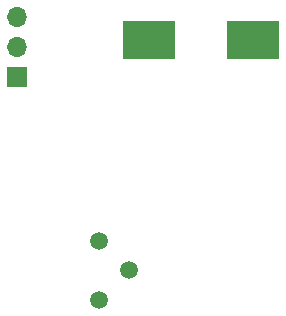
<source format=gbs>
G04 #@! TF.GenerationSoftware,KiCad,Pcbnew,(6.0.1)*
G04 #@! TF.CreationDate,2022-04-24T16:37:43-07:00*
G04 #@! TF.ProjectId,Regulator_5V,52656775-6c61-4746-9f72-5f35562e6b69,rev?*
G04 #@! TF.SameCoordinates,Original*
G04 #@! TF.FileFunction,Soldermask,Bot*
G04 #@! TF.FilePolarity,Negative*
%FSLAX46Y46*%
G04 Gerber Fmt 4.6, Leading zero omitted, Abs format (unit mm)*
G04 Created by KiCad (PCBNEW (6.0.1)) date 2022-04-24 16:37:43*
%MOMM*%
%LPD*%
G01*
G04 APERTURE LIST*
%ADD10R,4.500000X3.300000*%
%ADD11C,1.498600*%
%ADD12R,1.700000X1.700000*%
%ADD13O,1.700000X1.700000*%
G04 APERTURE END LIST*
D10*
X152228000Y-78232000D03*
X143428000Y-78232000D03*
D11*
X139258500Y-95231500D03*
X141758500Y-97731500D03*
X139258500Y-100231500D03*
D12*
X132275000Y-81425000D03*
D13*
X132275000Y-78885000D03*
X132275000Y-76345000D03*
M02*

</source>
